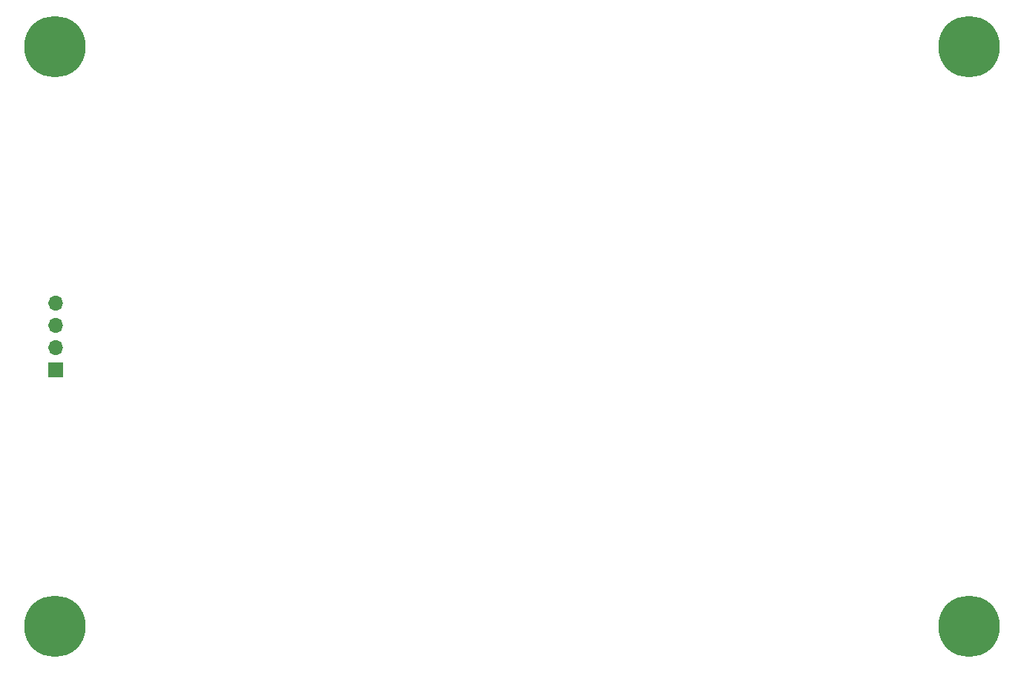
<source format=gbr>
G04 #@! TF.GenerationSoftware,KiCad,Pcbnew,(5.1.5)-3*
G04 #@! TF.CreationDate,2020-04-26T19:13:21-05:00*
G04 #@! TF.ProjectId,LED_Board_s_,4c45445f-426f-4617-9264-5f735f2e6b69,rev?*
G04 #@! TF.SameCoordinates,Original*
G04 #@! TF.FileFunction,Soldermask,Bot*
G04 #@! TF.FilePolarity,Negative*
%FSLAX46Y46*%
G04 Gerber Fmt 4.6, Leading zero omitted, Abs format (unit mm)*
G04 Created by KiCad (PCBNEW (5.1.5)-3) date 2020-04-26 19:13:21*
%MOMM*%
%LPD*%
G04 APERTURE LIST*
%ADD10O,1.700000X1.700000*%
%ADD11R,1.700000X1.700000*%
%ADD12C,7.000000*%
%ADD13C,0.800000*%
G04 APERTURE END LIST*
D10*
X60960000Y-77470000D03*
X60960000Y-80010000D03*
X60960000Y-82550000D03*
D11*
X60960000Y-85090000D03*
D12*
X165180000Y-114380000D03*
X165179999Y-48180001D03*
X60880000Y-48180000D03*
D13*
X63505000Y-48180000D03*
X62736155Y-50036155D03*
X60880000Y-50805000D03*
X59023845Y-50036155D03*
X58255000Y-48180000D03*
X59023845Y-46323845D03*
X60880000Y-45555000D03*
X62736155Y-46323845D03*
D12*
X60880001Y-114379999D03*
M02*

</source>
